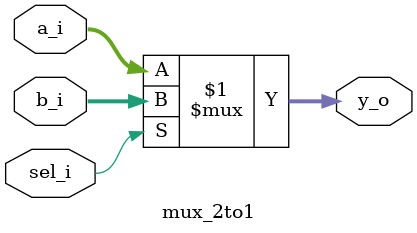
<source format=v>
module mux_2to1 (
  input   wire [7:0]    a_i,
  input   wire [7:0]    b_i,
  input   wire          sel_i,
  output  wire [7:0]    y_o
);

  assign y_o = sel_i?b_i:a_i;

endmodule
</source>
